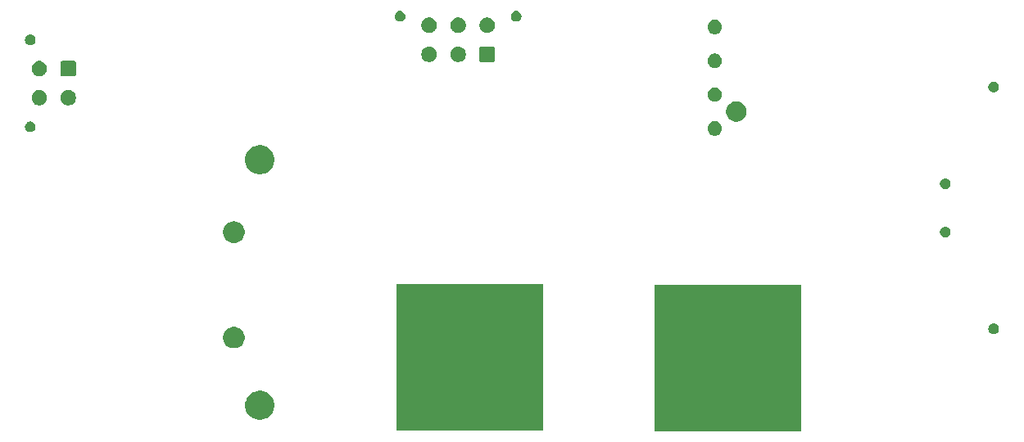
<source format=gbr>
G04 #@! TF.GenerationSoftware,KiCad,Pcbnew,(5.1.4-0-10_14)*
G04 #@! TF.CreationDate,2020-02-02T19:36:20-05:00*
G04 #@! TF.ProjectId,AIR_MOUNT_PLUS,4149525f-4d4f-4554-9e54-5f504c55532e,rev?*
G04 #@! TF.SameCoordinates,Original*
G04 #@! TF.FileFunction,Soldermask,Bot*
G04 #@! TF.FilePolarity,Negative*
%FSLAX46Y46*%
G04 Gerber Fmt 4.6, Leading zero omitted, Abs format (unit mm)*
G04 Created by KiCad (PCBNEW (5.1.4-0-10_14)) date 2020-02-02 19:36:20*
%MOMM*%
%LPD*%
G04 APERTURE LIST*
%ADD10C,0.100000*%
G04 APERTURE END LIST*
D10*
G36*
X119552300Y-121139800D02*
G01*
X104450300Y-121139800D01*
X104450300Y-106037800D01*
X119552300Y-106037800D01*
X119552300Y-121139800D01*
X119552300Y-121139800D01*
G37*
G36*
X92869600Y-121063600D02*
G01*
X77767600Y-121063600D01*
X77767600Y-105961600D01*
X92869600Y-105961600D01*
X92869600Y-121063600D01*
X92869600Y-121063600D01*
G37*
G36*
X63910131Y-117006141D02*
G01*
X64055126Y-117034982D01*
X64168274Y-117081850D01*
X64328289Y-117148130D01*
X64328290Y-117148131D01*
X64574132Y-117312397D01*
X64783203Y-117521468D01*
X64783204Y-117521470D01*
X64947470Y-117767311D01*
X65013750Y-117927326D01*
X65060618Y-118040474D01*
X65118300Y-118330464D01*
X65118300Y-118626136D01*
X65060618Y-118916126D01*
X65027440Y-118996224D01*
X64947470Y-119189289D01*
X64881350Y-119288245D01*
X64783203Y-119435132D01*
X64574132Y-119644203D01*
X64526562Y-119675988D01*
X64328289Y-119808470D01*
X64227886Y-119850058D01*
X64055126Y-119921618D01*
X63910131Y-119950459D01*
X63765137Y-119979300D01*
X63469463Y-119979300D01*
X63324469Y-119950459D01*
X63179474Y-119921618D01*
X63006714Y-119850058D01*
X62906311Y-119808470D01*
X62708038Y-119675988D01*
X62660468Y-119644203D01*
X62451397Y-119435132D01*
X62353250Y-119288245D01*
X62287130Y-119189289D01*
X62207160Y-118996224D01*
X62173982Y-118916126D01*
X62116300Y-118626136D01*
X62116300Y-118330464D01*
X62173982Y-118040474D01*
X62220850Y-117927326D01*
X62287130Y-117767311D01*
X62451396Y-117521470D01*
X62451397Y-117521468D01*
X62660468Y-117312397D01*
X62906310Y-117148131D01*
X62906311Y-117148130D01*
X63066326Y-117081850D01*
X63179474Y-117034982D01*
X63324469Y-117006141D01*
X63469463Y-116977300D01*
X63765137Y-116977300D01*
X63910131Y-117006141D01*
X63910131Y-117006141D01*
G37*
G36*
X61128272Y-110374532D02*
G01*
X61271367Y-110402995D01*
X61473556Y-110486744D01*
X61655521Y-110608330D01*
X61810270Y-110763079D01*
X61931856Y-110945044D01*
X62015605Y-111147233D01*
X62058300Y-111361876D01*
X62058300Y-111580724D01*
X62015605Y-111795367D01*
X61931856Y-111997556D01*
X61810270Y-112179521D01*
X61655521Y-112334270D01*
X61473556Y-112455856D01*
X61271367Y-112539605D01*
X61128272Y-112568068D01*
X61056725Y-112582300D01*
X60837875Y-112582300D01*
X60766328Y-112568068D01*
X60623233Y-112539605D01*
X60421044Y-112455856D01*
X60239079Y-112334270D01*
X60084330Y-112179521D01*
X59962744Y-111997556D01*
X59878995Y-111795367D01*
X59836300Y-111580724D01*
X59836300Y-111361876D01*
X59878995Y-111147233D01*
X59962744Y-110945044D01*
X60084330Y-110763079D01*
X60239079Y-110608330D01*
X60421044Y-110486744D01*
X60623233Y-110402995D01*
X60766328Y-110374532D01*
X60837875Y-110360300D01*
X61056725Y-110360300D01*
X61128272Y-110374532D01*
X61128272Y-110374532D01*
G37*
G36*
X139619421Y-110023674D02*
G01*
X139719695Y-110065209D01*
X139719696Y-110065210D01*
X139809942Y-110125510D01*
X139886690Y-110202258D01*
X139886691Y-110202260D01*
X139946991Y-110292505D01*
X139988526Y-110392779D01*
X140009700Y-110499230D01*
X140009700Y-110607770D01*
X139988526Y-110714221D01*
X139946991Y-110814495D01*
X139946990Y-110814496D01*
X139886690Y-110904742D01*
X139809942Y-110981490D01*
X139764512Y-111011845D01*
X139719695Y-111041791D01*
X139619421Y-111083326D01*
X139512970Y-111104500D01*
X139404430Y-111104500D01*
X139297979Y-111083326D01*
X139197705Y-111041791D01*
X139152888Y-111011845D01*
X139107458Y-110981490D01*
X139030710Y-110904742D01*
X138970410Y-110814496D01*
X138970409Y-110814495D01*
X138928874Y-110714221D01*
X138907700Y-110607770D01*
X138907700Y-110499230D01*
X138928874Y-110392779D01*
X138970409Y-110292505D01*
X139030709Y-110202260D01*
X139030710Y-110202258D01*
X139107458Y-110125510D01*
X139197704Y-110065210D01*
X139197705Y-110065209D01*
X139297979Y-110023674D01*
X139404430Y-110002500D01*
X139512970Y-110002500D01*
X139619421Y-110023674D01*
X139619421Y-110023674D01*
G37*
G36*
X61128272Y-99474532D02*
G01*
X61271367Y-99502995D01*
X61473556Y-99586744D01*
X61655521Y-99708330D01*
X61810270Y-99863079D01*
X61931856Y-100045044D01*
X62015605Y-100247233D01*
X62058300Y-100461876D01*
X62058300Y-100680724D01*
X62015605Y-100895367D01*
X61931856Y-101097556D01*
X61810270Y-101279521D01*
X61655521Y-101434270D01*
X61473556Y-101555856D01*
X61271367Y-101639605D01*
X61128272Y-101668068D01*
X61056725Y-101682300D01*
X60837875Y-101682300D01*
X60766328Y-101668068D01*
X60623233Y-101639605D01*
X60421044Y-101555856D01*
X60239079Y-101434270D01*
X60084330Y-101279521D01*
X59962744Y-101097556D01*
X59878995Y-100895367D01*
X59836300Y-100680724D01*
X59836300Y-100461876D01*
X59878995Y-100247233D01*
X59962744Y-100045044D01*
X60084330Y-99863079D01*
X60239079Y-99708330D01*
X60421044Y-99586744D01*
X60623233Y-99502995D01*
X60766328Y-99474532D01*
X60837875Y-99460300D01*
X61056725Y-99460300D01*
X61128272Y-99474532D01*
X61128272Y-99474532D01*
G37*
G36*
X134619421Y-100023674D02*
G01*
X134719695Y-100065209D01*
X134719696Y-100065210D01*
X134809942Y-100125510D01*
X134886690Y-100202258D01*
X134886691Y-100202260D01*
X134946991Y-100292505D01*
X134988526Y-100392779D01*
X135009700Y-100499230D01*
X135009700Y-100607770D01*
X134988526Y-100714221D01*
X134946991Y-100814495D01*
X134946990Y-100814496D01*
X134886690Y-100904742D01*
X134809942Y-100981490D01*
X134764512Y-101011845D01*
X134719695Y-101041791D01*
X134619421Y-101083326D01*
X134512970Y-101104500D01*
X134404430Y-101104500D01*
X134297979Y-101083326D01*
X134197705Y-101041791D01*
X134152888Y-101011845D01*
X134107458Y-100981490D01*
X134030710Y-100904742D01*
X133970410Y-100814496D01*
X133970409Y-100814495D01*
X133928874Y-100714221D01*
X133907700Y-100607770D01*
X133907700Y-100499230D01*
X133928874Y-100392779D01*
X133970409Y-100292505D01*
X134030709Y-100202260D01*
X134030710Y-100202258D01*
X134107458Y-100125510D01*
X134197704Y-100065210D01*
X134197705Y-100065209D01*
X134297979Y-100023674D01*
X134404430Y-100002500D01*
X134512970Y-100002500D01*
X134619421Y-100023674D01*
X134619421Y-100023674D01*
G37*
G36*
X134619421Y-95023674D02*
G01*
X134719695Y-95065209D01*
X134719696Y-95065210D01*
X134809942Y-95125510D01*
X134886690Y-95202258D01*
X134886691Y-95202260D01*
X134946991Y-95292505D01*
X134988526Y-95392779D01*
X135009700Y-95499230D01*
X135009700Y-95607770D01*
X134988526Y-95714221D01*
X134946991Y-95814495D01*
X134946990Y-95814496D01*
X134886690Y-95904742D01*
X134809942Y-95981490D01*
X134764512Y-96011845D01*
X134719695Y-96041791D01*
X134619421Y-96083326D01*
X134512970Y-96104500D01*
X134404430Y-96104500D01*
X134297979Y-96083326D01*
X134197705Y-96041791D01*
X134152888Y-96011845D01*
X134107458Y-95981490D01*
X134030710Y-95904742D01*
X133970410Y-95814496D01*
X133970409Y-95814495D01*
X133928874Y-95714221D01*
X133907700Y-95607770D01*
X133907700Y-95499230D01*
X133928874Y-95392779D01*
X133970409Y-95292505D01*
X134030709Y-95202260D01*
X134030710Y-95202258D01*
X134107458Y-95125510D01*
X134197704Y-95065210D01*
X134197705Y-95065209D01*
X134297979Y-95023674D01*
X134404430Y-95002500D01*
X134512970Y-95002500D01*
X134619421Y-95023674D01*
X134619421Y-95023674D01*
G37*
G36*
X63910131Y-91606141D02*
G01*
X64055126Y-91634982D01*
X64168274Y-91681850D01*
X64328289Y-91748130D01*
X64328290Y-91748131D01*
X64574132Y-91912397D01*
X64783203Y-92121468D01*
X64783204Y-92121470D01*
X64947470Y-92367311D01*
X65060618Y-92640475D01*
X65118300Y-92930463D01*
X65118300Y-93226137D01*
X65060618Y-93516125D01*
X64947470Y-93789289D01*
X64947469Y-93789290D01*
X64783203Y-94035132D01*
X64574132Y-94244203D01*
X64450376Y-94326894D01*
X64328289Y-94408470D01*
X64168274Y-94474750D01*
X64055126Y-94521618D01*
X63910131Y-94550459D01*
X63765137Y-94579300D01*
X63469463Y-94579300D01*
X63324469Y-94550459D01*
X63179474Y-94521618D01*
X63066326Y-94474750D01*
X62906311Y-94408470D01*
X62784224Y-94326894D01*
X62660468Y-94244203D01*
X62451397Y-94035132D01*
X62287131Y-93789290D01*
X62287130Y-93789289D01*
X62173982Y-93516125D01*
X62116300Y-93226137D01*
X62116300Y-92930463D01*
X62173982Y-92640475D01*
X62287130Y-92367311D01*
X62451396Y-92121470D01*
X62451397Y-92121468D01*
X62660468Y-91912397D01*
X62906310Y-91748131D01*
X62906311Y-91748130D01*
X63066326Y-91681850D01*
X63179474Y-91634982D01*
X63324469Y-91606141D01*
X63469463Y-91577300D01*
X63765137Y-91577300D01*
X63910131Y-91606141D01*
X63910131Y-91606141D01*
G37*
G36*
X110724125Y-89099299D02*
G01*
X110848321Y-89124002D01*
X110984722Y-89180501D01*
X111107479Y-89262525D01*
X111211875Y-89366921D01*
X111293899Y-89489678D01*
X111350398Y-89626079D01*
X111379200Y-89770881D01*
X111379200Y-89918519D01*
X111350398Y-90063321D01*
X111293899Y-90199722D01*
X111211875Y-90322479D01*
X111107479Y-90426875D01*
X110984722Y-90508899D01*
X110848321Y-90565398D01*
X110724125Y-90590101D01*
X110703520Y-90594200D01*
X110555880Y-90594200D01*
X110535275Y-90590101D01*
X110411079Y-90565398D01*
X110274678Y-90508899D01*
X110151921Y-90426875D01*
X110047525Y-90322479D01*
X109965501Y-90199722D01*
X109909002Y-90063321D01*
X109880200Y-89918519D01*
X109880200Y-89770881D01*
X109909002Y-89626079D01*
X109965501Y-89489678D01*
X110047525Y-89366921D01*
X110151921Y-89262525D01*
X110274678Y-89180501D01*
X110411079Y-89124002D01*
X110535275Y-89099299D01*
X110555880Y-89095200D01*
X110703520Y-89095200D01*
X110724125Y-89099299D01*
X110724125Y-89099299D01*
G37*
G36*
X40048421Y-89137774D02*
G01*
X40148695Y-89179309D01*
X40193512Y-89209255D01*
X40238942Y-89239610D01*
X40315690Y-89316358D01*
X40315691Y-89316360D01*
X40375991Y-89406605D01*
X40417526Y-89506879D01*
X40438700Y-89613330D01*
X40438700Y-89721870D01*
X40417526Y-89828321D01*
X40375991Y-89928595D01*
X40375990Y-89928596D01*
X40315690Y-90018842D01*
X40238942Y-90095590D01*
X40193512Y-90125945D01*
X40148695Y-90155891D01*
X40048421Y-90197426D01*
X39941970Y-90218600D01*
X39833430Y-90218600D01*
X39726979Y-90197426D01*
X39626705Y-90155891D01*
X39581888Y-90125945D01*
X39536458Y-90095590D01*
X39459710Y-90018842D01*
X39399410Y-89928596D01*
X39399409Y-89928595D01*
X39357874Y-89828321D01*
X39336700Y-89721870D01*
X39336700Y-89613330D01*
X39357874Y-89506879D01*
X39399409Y-89406605D01*
X39459709Y-89316360D01*
X39459710Y-89316358D01*
X39536458Y-89239610D01*
X39581888Y-89209255D01*
X39626705Y-89179309D01*
X39726979Y-89137774D01*
X39833430Y-89116600D01*
X39941970Y-89116600D01*
X40048421Y-89137774D01*
X40048421Y-89137774D01*
G37*
G36*
X113163493Y-87093224D02*
G01*
X113353033Y-87171734D01*
X113353035Y-87171735D01*
X113523617Y-87285714D01*
X113668686Y-87430783D01*
X113782666Y-87601367D01*
X113861176Y-87790907D01*
X113901200Y-87992120D01*
X113901200Y-88197280D01*
X113861176Y-88398493D01*
X113782666Y-88588033D01*
X113782665Y-88588035D01*
X113668686Y-88758617D01*
X113523617Y-88903686D01*
X113353035Y-89017665D01*
X113353034Y-89017666D01*
X113353033Y-89017666D01*
X113163493Y-89096176D01*
X112962280Y-89136200D01*
X112757120Y-89136200D01*
X112555907Y-89096176D01*
X112366367Y-89017666D01*
X112366366Y-89017666D01*
X112366365Y-89017665D01*
X112195783Y-88903686D01*
X112050714Y-88758617D01*
X111936735Y-88588035D01*
X111936734Y-88588033D01*
X111858224Y-88398493D01*
X111818200Y-88197280D01*
X111818200Y-87992120D01*
X111858224Y-87790907D01*
X111936734Y-87601367D01*
X112050714Y-87430783D01*
X112195783Y-87285714D01*
X112366365Y-87171735D01*
X112366367Y-87171734D01*
X112555907Y-87093224D01*
X112757120Y-87053200D01*
X112962280Y-87053200D01*
X113163493Y-87093224D01*
X113163493Y-87093224D01*
G37*
G36*
X41061342Y-85897381D02*
G01*
X41207114Y-85957762D01*
X41207116Y-85957763D01*
X41338308Y-86045422D01*
X41449878Y-86156992D01*
X41537537Y-86288184D01*
X41537538Y-86288186D01*
X41597919Y-86433958D01*
X41628700Y-86588707D01*
X41628700Y-86746493D01*
X41597919Y-86901242D01*
X41587301Y-86926875D01*
X41537537Y-87047016D01*
X41449878Y-87178208D01*
X41338308Y-87289778D01*
X41207116Y-87377437D01*
X41207115Y-87377438D01*
X41207114Y-87377438D01*
X41061342Y-87437819D01*
X40906593Y-87468600D01*
X40748807Y-87468600D01*
X40594058Y-87437819D01*
X40448286Y-87377438D01*
X40448285Y-87377438D01*
X40448284Y-87377437D01*
X40317092Y-87289778D01*
X40205522Y-87178208D01*
X40117863Y-87047016D01*
X40068099Y-86926875D01*
X40057481Y-86901242D01*
X40026700Y-86746493D01*
X40026700Y-86588707D01*
X40057481Y-86433958D01*
X40117862Y-86288186D01*
X40117863Y-86288184D01*
X40205522Y-86156992D01*
X40317092Y-86045422D01*
X40448284Y-85957763D01*
X40448286Y-85957762D01*
X40594058Y-85897381D01*
X40748807Y-85866600D01*
X40906593Y-85866600D01*
X41061342Y-85897381D01*
X41061342Y-85897381D01*
G37*
G36*
X44061342Y-85897381D02*
G01*
X44207114Y-85957762D01*
X44207116Y-85957763D01*
X44338308Y-86045422D01*
X44449878Y-86156992D01*
X44537537Y-86288184D01*
X44537538Y-86288186D01*
X44597919Y-86433958D01*
X44628700Y-86588707D01*
X44628700Y-86746493D01*
X44597919Y-86901242D01*
X44587301Y-86926875D01*
X44537537Y-87047016D01*
X44449878Y-87178208D01*
X44338308Y-87289778D01*
X44207116Y-87377437D01*
X44207115Y-87377438D01*
X44207114Y-87377438D01*
X44061342Y-87437819D01*
X43906593Y-87468600D01*
X43748807Y-87468600D01*
X43594058Y-87437819D01*
X43448286Y-87377438D01*
X43448285Y-87377438D01*
X43448284Y-87377437D01*
X43317092Y-87289778D01*
X43205522Y-87178208D01*
X43117863Y-87047016D01*
X43068099Y-86926875D01*
X43057481Y-86901242D01*
X43026700Y-86746493D01*
X43026700Y-86588707D01*
X43057481Y-86433958D01*
X43117862Y-86288186D01*
X43117863Y-86288184D01*
X43205522Y-86156992D01*
X43317092Y-86045422D01*
X43448284Y-85957763D01*
X43448286Y-85957762D01*
X43594058Y-85897381D01*
X43748807Y-85866600D01*
X43906593Y-85866600D01*
X44061342Y-85897381D01*
X44061342Y-85897381D01*
G37*
G36*
X110724125Y-85599299D02*
G01*
X110848321Y-85624002D01*
X110984722Y-85680501D01*
X111107479Y-85762525D01*
X111211875Y-85866921D01*
X111293899Y-85989678D01*
X111350398Y-86126079D01*
X111379200Y-86270881D01*
X111379200Y-86418519D01*
X111350398Y-86563321D01*
X111293899Y-86699722D01*
X111211875Y-86822479D01*
X111107479Y-86926875D01*
X110984722Y-87008899D01*
X110848321Y-87065398D01*
X110724125Y-87090101D01*
X110703520Y-87094200D01*
X110555880Y-87094200D01*
X110535275Y-87090101D01*
X110411079Y-87065398D01*
X110274678Y-87008899D01*
X110151921Y-86926875D01*
X110047525Y-86822479D01*
X109965501Y-86699722D01*
X109909002Y-86563321D01*
X109880200Y-86418519D01*
X109880200Y-86270881D01*
X109909002Y-86126079D01*
X109965501Y-85989678D01*
X110047525Y-85866921D01*
X110151921Y-85762525D01*
X110274678Y-85680501D01*
X110411079Y-85624002D01*
X110535275Y-85599299D01*
X110555880Y-85595200D01*
X110703520Y-85595200D01*
X110724125Y-85599299D01*
X110724125Y-85599299D01*
G37*
G36*
X139619421Y-85023674D02*
G01*
X139719695Y-85065209D01*
X139719696Y-85065210D01*
X139809942Y-85125510D01*
X139886690Y-85202258D01*
X139886691Y-85202260D01*
X139946991Y-85292505D01*
X139988526Y-85392779D01*
X140009700Y-85499230D01*
X140009700Y-85607770D01*
X139988526Y-85714221D01*
X139946991Y-85814495D01*
X139946990Y-85814496D01*
X139886690Y-85904742D01*
X139809942Y-85981490D01*
X139797683Y-85989681D01*
X139719695Y-86041791D01*
X139619421Y-86083326D01*
X139512970Y-86104500D01*
X139404430Y-86104500D01*
X139297979Y-86083326D01*
X139197705Y-86041791D01*
X139119717Y-85989681D01*
X139107458Y-85981490D01*
X139030710Y-85904742D01*
X138970410Y-85814496D01*
X138970409Y-85814495D01*
X138928874Y-85714221D01*
X138907700Y-85607770D01*
X138907700Y-85499230D01*
X138928874Y-85392779D01*
X138970409Y-85292505D01*
X139030709Y-85202260D01*
X139030710Y-85202258D01*
X139107458Y-85125510D01*
X139197704Y-85065210D01*
X139197705Y-85065209D01*
X139297979Y-85023674D01*
X139404430Y-85002500D01*
X139512970Y-85002500D01*
X139619421Y-85023674D01*
X139619421Y-85023674D01*
G37*
G36*
X41061342Y-82897381D02*
G01*
X41207114Y-82957762D01*
X41207116Y-82957763D01*
X41338308Y-83045422D01*
X41449878Y-83156992D01*
X41537537Y-83288184D01*
X41537538Y-83288186D01*
X41597919Y-83433958D01*
X41628700Y-83588707D01*
X41628700Y-83746493D01*
X41597919Y-83901242D01*
X41537538Y-84047014D01*
X41537537Y-84047016D01*
X41449878Y-84178208D01*
X41338308Y-84289778D01*
X41207116Y-84377437D01*
X41207115Y-84377438D01*
X41207114Y-84377438D01*
X41061342Y-84437819D01*
X40906593Y-84468600D01*
X40748807Y-84468600D01*
X40594058Y-84437819D01*
X40448286Y-84377438D01*
X40448285Y-84377438D01*
X40448284Y-84377437D01*
X40317092Y-84289778D01*
X40205522Y-84178208D01*
X40117863Y-84047016D01*
X40117862Y-84047014D01*
X40057481Y-83901242D01*
X40026700Y-83746493D01*
X40026700Y-83588707D01*
X40057481Y-83433958D01*
X40117862Y-83288186D01*
X40117863Y-83288184D01*
X40205522Y-83156992D01*
X40317092Y-83045422D01*
X40448284Y-82957763D01*
X40448286Y-82957762D01*
X40594058Y-82897381D01*
X40748807Y-82866600D01*
X40906593Y-82866600D01*
X41061342Y-82897381D01*
X41061342Y-82897381D01*
G37*
G36*
X44480748Y-82870722D02*
G01*
X44515087Y-82881139D01*
X44546736Y-82898056D01*
X44574478Y-82920822D01*
X44597244Y-82948564D01*
X44614161Y-82980213D01*
X44624578Y-83014552D01*
X44628700Y-83056407D01*
X44628700Y-84278793D01*
X44624578Y-84320648D01*
X44614161Y-84354987D01*
X44597244Y-84386636D01*
X44574478Y-84414378D01*
X44546736Y-84437144D01*
X44515087Y-84454061D01*
X44480748Y-84464478D01*
X44438893Y-84468600D01*
X43216507Y-84468600D01*
X43174652Y-84464478D01*
X43140313Y-84454061D01*
X43108664Y-84437144D01*
X43080922Y-84414378D01*
X43058156Y-84386636D01*
X43041239Y-84354987D01*
X43030822Y-84320648D01*
X43026700Y-84278793D01*
X43026700Y-83056407D01*
X43030822Y-83014552D01*
X43041239Y-82980213D01*
X43058156Y-82948564D01*
X43080922Y-82920822D01*
X43108664Y-82898056D01*
X43140313Y-82881139D01*
X43174652Y-82870722D01*
X43216507Y-82866600D01*
X44438893Y-82866600D01*
X44480748Y-82870722D01*
X44480748Y-82870722D01*
G37*
G36*
X110724125Y-82099299D02*
G01*
X110848321Y-82124002D01*
X110984722Y-82180501D01*
X111107479Y-82262525D01*
X111211875Y-82366921D01*
X111293899Y-82489678D01*
X111350398Y-82626079D01*
X111379200Y-82770881D01*
X111379200Y-82918519D01*
X111350398Y-83063321D01*
X111293899Y-83199722D01*
X111211875Y-83322479D01*
X111107479Y-83426875D01*
X110984722Y-83508899D01*
X110848321Y-83565398D01*
X110731135Y-83588707D01*
X110703520Y-83594200D01*
X110555880Y-83594200D01*
X110528265Y-83588707D01*
X110411079Y-83565398D01*
X110274678Y-83508899D01*
X110151921Y-83426875D01*
X110047525Y-83322479D01*
X109965501Y-83199722D01*
X109909002Y-83063321D01*
X109880200Y-82918519D01*
X109880200Y-82770881D01*
X109909002Y-82626079D01*
X109965501Y-82489678D01*
X110047525Y-82366921D01*
X110151921Y-82262525D01*
X110274678Y-82180501D01*
X110411079Y-82124002D01*
X110535275Y-82099299D01*
X110555880Y-82095200D01*
X110703520Y-82095200D01*
X110724125Y-82099299D01*
X110724125Y-82099299D01*
G37*
G36*
X81345742Y-81401581D02*
G01*
X81469308Y-81452764D01*
X81491516Y-81461963D01*
X81622708Y-81549622D01*
X81734278Y-81661192D01*
X81821937Y-81792384D01*
X81821938Y-81792386D01*
X81882319Y-81938158D01*
X81913100Y-82092907D01*
X81913100Y-82250693D01*
X81882319Y-82405442D01*
X81847427Y-82489678D01*
X81821937Y-82551216D01*
X81734278Y-82682408D01*
X81622708Y-82793978D01*
X81491516Y-82881637D01*
X81491515Y-82881638D01*
X81491514Y-82881638D01*
X81345742Y-82942019D01*
X81190993Y-82972800D01*
X81033207Y-82972800D01*
X80878458Y-82942019D01*
X80732686Y-82881638D01*
X80732685Y-82881638D01*
X80732684Y-82881637D01*
X80601492Y-82793978D01*
X80489922Y-82682408D01*
X80402263Y-82551216D01*
X80376773Y-82489678D01*
X80341881Y-82405442D01*
X80311100Y-82250693D01*
X80311100Y-82092907D01*
X80341881Y-81938158D01*
X80402262Y-81792386D01*
X80402263Y-81792384D01*
X80489922Y-81661192D01*
X80601492Y-81549622D01*
X80732684Y-81461963D01*
X80754892Y-81452764D01*
X80878458Y-81401581D01*
X81033207Y-81370800D01*
X81190993Y-81370800D01*
X81345742Y-81401581D01*
X81345742Y-81401581D01*
G37*
G36*
X84345742Y-81401581D02*
G01*
X84469308Y-81452764D01*
X84491516Y-81461963D01*
X84622708Y-81549622D01*
X84734278Y-81661192D01*
X84821937Y-81792384D01*
X84821938Y-81792386D01*
X84882319Y-81938158D01*
X84913100Y-82092907D01*
X84913100Y-82250693D01*
X84882319Y-82405442D01*
X84847427Y-82489678D01*
X84821937Y-82551216D01*
X84734278Y-82682408D01*
X84622708Y-82793978D01*
X84491516Y-82881637D01*
X84491515Y-82881638D01*
X84491514Y-82881638D01*
X84345742Y-82942019D01*
X84190993Y-82972800D01*
X84033207Y-82972800D01*
X83878458Y-82942019D01*
X83732686Y-82881638D01*
X83732685Y-82881638D01*
X83732684Y-82881637D01*
X83601492Y-82793978D01*
X83489922Y-82682408D01*
X83402263Y-82551216D01*
X83376773Y-82489678D01*
X83341881Y-82405442D01*
X83311100Y-82250693D01*
X83311100Y-82092907D01*
X83341881Y-81938158D01*
X83402262Y-81792386D01*
X83402263Y-81792384D01*
X83489922Y-81661192D01*
X83601492Y-81549622D01*
X83732684Y-81461963D01*
X83754892Y-81452764D01*
X83878458Y-81401581D01*
X84033207Y-81370800D01*
X84190993Y-81370800D01*
X84345742Y-81401581D01*
X84345742Y-81401581D01*
G37*
G36*
X87765148Y-81374922D02*
G01*
X87799487Y-81385339D01*
X87831136Y-81402256D01*
X87858878Y-81425022D01*
X87881644Y-81452764D01*
X87898561Y-81484413D01*
X87908978Y-81518752D01*
X87913100Y-81560607D01*
X87913100Y-82782993D01*
X87908978Y-82824848D01*
X87898561Y-82859187D01*
X87881644Y-82890836D01*
X87858878Y-82918578D01*
X87831136Y-82941344D01*
X87799487Y-82958261D01*
X87765148Y-82968678D01*
X87723293Y-82972800D01*
X86500907Y-82972800D01*
X86459052Y-82968678D01*
X86424713Y-82958261D01*
X86393064Y-82941344D01*
X86365322Y-82918578D01*
X86342556Y-82890836D01*
X86325639Y-82859187D01*
X86315222Y-82824848D01*
X86311100Y-82782993D01*
X86311100Y-81560607D01*
X86315222Y-81518752D01*
X86325639Y-81484413D01*
X86342556Y-81452764D01*
X86365322Y-81425022D01*
X86393064Y-81402256D01*
X86424713Y-81385339D01*
X86459052Y-81374922D01*
X86500907Y-81370800D01*
X87723293Y-81370800D01*
X87765148Y-81374922D01*
X87765148Y-81374922D01*
G37*
G36*
X40048421Y-80137774D02*
G01*
X40148695Y-80179309D01*
X40148696Y-80179310D01*
X40238942Y-80239610D01*
X40315690Y-80316358D01*
X40315691Y-80316360D01*
X40375991Y-80406605D01*
X40417526Y-80506879D01*
X40438700Y-80613330D01*
X40438700Y-80721870D01*
X40417526Y-80828321D01*
X40375991Y-80928595D01*
X40375990Y-80928596D01*
X40315690Y-81018842D01*
X40238942Y-81095590D01*
X40193512Y-81125945D01*
X40148695Y-81155891D01*
X40048421Y-81197426D01*
X39941970Y-81218600D01*
X39833430Y-81218600D01*
X39726979Y-81197426D01*
X39626705Y-81155891D01*
X39581888Y-81125945D01*
X39536458Y-81095590D01*
X39459710Y-81018842D01*
X39399410Y-80928596D01*
X39399409Y-80928595D01*
X39357874Y-80828321D01*
X39336700Y-80721870D01*
X39336700Y-80613330D01*
X39357874Y-80506879D01*
X39399409Y-80406605D01*
X39459709Y-80316360D01*
X39459710Y-80316358D01*
X39536458Y-80239610D01*
X39626704Y-80179310D01*
X39626705Y-80179309D01*
X39726979Y-80137774D01*
X39833430Y-80116600D01*
X39941970Y-80116600D01*
X40048421Y-80137774D01*
X40048421Y-80137774D01*
G37*
G36*
X110724125Y-78599299D02*
G01*
X110848321Y-78624002D01*
X110984722Y-78680501D01*
X111107479Y-78762525D01*
X111211875Y-78866921D01*
X111293899Y-78989678D01*
X111350398Y-79126079D01*
X111379200Y-79270881D01*
X111379200Y-79418519D01*
X111350398Y-79563321D01*
X111293899Y-79699722D01*
X111211875Y-79822479D01*
X111107479Y-79926875D01*
X110984722Y-80008899D01*
X110848321Y-80065398D01*
X110724125Y-80090101D01*
X110703520Y-80094200D01*
X110555880Y-80094200D01*
X110535275Y-80090101D01*
X110411079Y-80065398D01*
X110274678Y-80008899D01*
X110151921Y-79926875D01*
X110047525Y-79822479D01*
X109965501Y-79699722D01*
X109909002Y-79563321D01*
X109880200Y-79418519D01*
X109880200Y-79270881D01*
X109909002Y-79126079D01*
X109965501Y-78989678D01*
X110047525Y-78866921D01*
X110151921Y-78762525D01*
X110274678Y-78680501D01*
X110411079Y-78624002D01*
X110535275Y-78599299D01*
X110555880Y-78595200D01*
X110703520Y-78595200D01*
X110724125Y-78599299D01*
X110724125Y-78599299D01*
G37*
G36*
X81345742Y-78401581D02*
G01*
X81491514Y-78461962D01*
X81491516Y-78461963D01*
X81622708Y-78549622D01*
X81734278Y-78661192D01*
X81801385Y-78761626D01*
X81821938Y-78792386D01*
X81882319Y-78938158D01*
X81913100Y-79092907D01*
X81913100Y-79250693D01*
X81882319Y-79405442D01*
X81821938Y-79551214D01*
X81821937Y-79551216D01*
X81734278Y-79682408D01*
X81622708Y-79793978D01*
X81491516Y-79881637D01*
X81491515Y-79881638D01*
X81491514Y-79881638D01*
X81345742Y-79942019D01*
X81190993Y-79972800D01*
X81033207Y-79972800D01*
X80878458Y-79942019D01*
X80732686Y-79881638D01*
X80732685Y-79881638D01*
X80732684Y-79881637D01*
X80601492Y-79793978D01*
X80489922Y-79682408D01*
X80402263Y-79551216D01*
X80402262Y-79551214D01*
X80341881Y-79405442D01*
X80311100Y-79250693D01*
X80311100Y-79092907D01*
X80341881Y-78938158D01*
X80402262Y-78792386D01*
X80422815Y-78761626D01*
X80489922Y-78661192D01*
X80601492Y-78549622D01*
X80732684Y-78461963D01*
X80732686Y-78461962D01*
X80878458Y-78401581D01*
X81033207Y-78370800D01*
X81190993Y-78370800D01*
X81345742Y-78401581D01*
X81345742Y-78401581D01*
G37*
G36*
X84345742Y-78401581D02*
G01*
X84491514Y-78461962D01*
X84491516Y-78461963D01*
X84622708Y-78549622D01*
X84734278Y-78661192D01*
X84801385Y-78761626D01*
X84821938Y-78792386D01*
X84882319Y-78938158D01*
X84913100Y-79092907D01*
X84913100Y-79250693D01*
X84882319Y-79405442D01*
X84821938Y-79551214D01*
X84821937Y-79551216D01*
X84734278Y-79682408D01*
X84622708Y-79793978D01*
X84491516Y-79881637D01*
X84491515Y-79881638D01*
X84491514Y-79881638D01*
X84345742Y-79942019D01*
X84190993Y-79972800D01*
X84033207Y-79972800D01*
X83878458Y-79942019D01*
X83732686Y-79881638D01*
X83732685Y-79881638D01*
X83732684Y-79881637D01*
X83601492Y-79793978D01*
X83489922Y-79682408D01*
X83402263Y-79551216D01*
X83402262Y-79551214D01*
X83341881Y-79405442D01*
X83311100Y-79250693D01*
X83311100Y-79092907D01*
X83341881Y-78938158D01*
X83402262Y-78792386D01*
X83422815Y-78761626D01*
X83489922Y-78661192D01*
X83601492Y-78549622D01*
X83732684Y-78461963D01*
X83732686Y-78461962D01*
X83878458Y-78401581D01*
X84033207Y-78370800D01*
X84190993Y-78370800D01*
X84345742Y-78401581D01*
X84345742Y-78401581D01*
G37*
G36*
X87345742Y-78401581D02*
G01*
X87491514Y-78461962D01*
X87491516Y-78461963D01*
X87622708Y-78549622D01*
X87734278Y-78661192D01*
X87801385Y-78761626D01*
X87821938Y-78792386D01*
X87882319Y-78938158D01*
X87913100Y-79092907D01*
X87913100Y-79250693D01*
X87882319Y-79405442D01*
X87821938Y-79551214D01*
X87821937Y-79551216D01*
X87734278Y-79682408D01*
X87622708Y-79793978D01*
X87491516Y-79881637D01*
X87491515Y-79881638D01*
X87491514Y-79881638D01*
X87345742Y-79942019D01*
X87190993Y-79972800D01*
X87033207Y-79972800D01*
X86878458Y-79942019D01*
X86732686Y-79881638D01*
X86732685Y-79881638D01*
X86732684Y-79881637D01*
X86601492Y-79793978D01*
X86489922Y-79682408D01*
X86402263Y-79551216D01*
X86402262Y-79551214D01*
X86341881Y-79405442D01*
X86311100Y-79250693D01*
X86311100Y-79092907D01*
X86341881Y-78938158D01*
X86402262Y-78792386D01*
X86422815Y-78761626D01*
X86489922Y-78661192D01*
X86601492Y-78549622D01*
X86732684Y-78461963D01*
X86732686Y-78461962D01*
X86878458Y-78401581D01*
X87033207Y-78370800D01*
X87190993Y-78370800D01*
X87345742Y-78401581D01*
X87345742Y-78401581D01*
G37*
G36*
X78272821Y-77701974D02*
G01*
X78373095Y-77743509D01*
X78373096Y-77743510D01*
X78463342Y-77803810D01*
X78540090Y-77880558D01*
X78540091Y-77880560D01*
X78600391Y-77970805D01*
X78641926Y-78071079D01*
X78663100Y-78177530D01*
X78663100Y-78286070D01*
X78641926Y-78392521D01*
X78600391Y-78492795D01*
X78600390Y-78492796D01*
X78540090Y-78583042D01*
X78463342Y-78659790D01*
X78417912Y-78690145D01*
X78373095Y-78720091D01*
X78272821Y-78761626D01*
X78166370Y-78782800D01*
X78057830Y-78782800D01*
X77951379Y-78761626D01*
X77851105Y-78720091D01*
X77806288Y-78690145D01*
X77760858Y-78659790D01*
X77684110Y-78583042D01*
X77623810Y-78492796D01*
X77623809Y-78492795D01*
X77582274Y-78392521D01*
X77561100Y-78286070D01*
X77561100Y-78177530D01*
X77582274Y-78071079D01*
X77623809Y-77970805D01*
X77684109Y-77880560D01*
X77684110Y-77880558D01*
X77760858Y-77803810D01*
X77851104Y-77743510D01*
X77851105Y-77743509D01*
X77951379Y-77701974D01*
X78057830Y-77680800D01*
X78166370Y-77680800D01*
X78272821Y-77701974D01*
X78272821Y-77701974D01*
G37*
G36*
X90272821Y-77701974D02*
G01*
X90373095Y-77743509D01*
X90373096Y-77743510D01*
X90463342Y-77803810D01*
X90540090Y-77880558D01*
X90540091Y-77880560D01*
X90600391Y-77970805D01*
X90641926Y-78071079D01*
X90663100Y-78177530D01*
X90663100Y-78286070D01*
X90641926Y-78392521D01*
X90600391Y-78492795D01*
X90600390Y-78492796D01*
X90540090Y-78583042D01*
X90463342Y-78659790D01*
X90417912Y-78690145D01*
X90373095Y-78720091D01*
X90272821Y-78761626D01*
X90166370Y-78782800D01*
X90057830Y-78782800D01*
X89951379Y-78761626D01*
X89851105Y-78720091D01*
X89806288Y-78690145D01*
X89760858Y-78659790D01*
X89684110Y-78583042D01*
X89623810Y-78492796D01*
X89623809Y-78492795D01*
X89582274Y-78392521D01*
X89561100Y-78286070D01*
X89561100Y-78177530D01*
X89582274Y-78071079D01*
X89623809Y-77970805D01*
X89684109Y-77880560D01*
X89684110Y-77880558D01*
X89760858Y-77803810D01*
X89851104Y-77743510D01*
X89851105Y-77743509D01*
X89951379Y-77701974D01*
X90057830Y-77680800D01*
X90166370Y-77680800D01*
X90272821Y-77701974D01*
X90272821Y-77701974D01*
G37*
M02*

</source>
